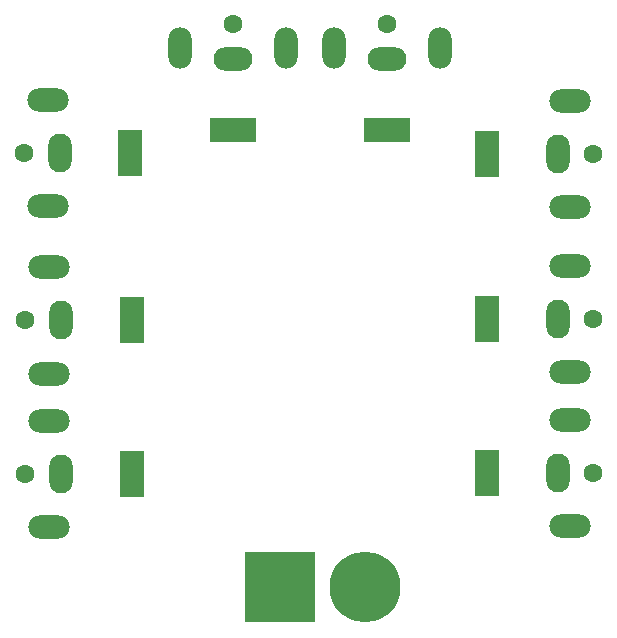
<source format=gbr>
%TF.GenerationSoftware,KiCad,Pcbnew,(6.0.9)*%
%TF.CreationDate,2023-01-22T15:50:23+02:00*%
%TF.ProjectId,Power for cam,506f7765-7220-4666-9f72-2063616d2e6b,rev?*%
%TF.SameCoordinates,Original*%
%TF.FileFunction,Soldermask,Top*%
%TF.FilePolarity,Negative*%
%FSLAX46Y46*%
G04 Gerber Fmt 4.6, Leading zero omitted, Abs format (unit mm)*
G04 Created by KiCad (PCBNEW (6.0.9)) date 2023-01-22 15:50:23*
%MOMM*%
%LPD*%
G01*
G04 APERTURE LIST*
%ADD10C,1.600000*%
%ADD11R,4.000000X2.000000*%
%ADD12O,3.300000X2.000000*%
%ADD13O,2.000000X3.500000*%
%ADD14R,2.000000X4.000000*%
%ADD15O,2.000000X3.300000*%
%ADD16O,3.500000X2.000000*%
%ADD17C,6.000000*%
%ADD18R,6.000000X6.000000*%
G04 APERTURE END LIST*
D10*
%TO.C,J9*%
X174000000Y-65100000D03*
D11*
X174000000Y-74100000D03*
D12*
X174000000Y-68100000D03*
D13*
X169500000Y-67100000D03*
X178500000Y-67100000D03*
%TD*%
D10*
%TO.C,J5*%
X204500000Y-90100000D03*
D14*
X195500000Y-90100000D03*
D15*
X201500000Y-90100000D03*
D16*
X202500000Y-85600000D03*
X202500000Y-94600000D03*
%TD*%
D17*
%TO.C,J1*%
X185200000Y-112800000D03*
D18*
X178000000Y-112800000D03*
%TD*%
D10*
%TO.C,J8*%
X156300000Y-76000000D03*
D14*
X165300000Y-76000000D03*
D15*
X159300000Y-76000000D03*
D16*
X158300000Y-71500000D03*
X158300000Y-80500000D03*
%TD*%
D10*
%TO.C,J6*%
X156400000Y-103200000D03*
D14*
X165400000Y-103200000D03*
D15*
X159400000Y-103200000D03*
D16*
X158400000Y-98700000D03*
X158400000Y-107700000D03*
%TD*%
D10*
%TO.C,J2*%
X187050000Y-65100000D03*
D11*
X187050000Y-74100000D03*
D12*
X187050000Y-68100000D03*
D13*
X182550000Y-67100000D03*
X191550000Y-67100000D03*
%TD*%
D10*
%TO.C,J7*%
X204500000Y-103100000D03*
D14*
X195500000Y-103100000D03*
D15*
X201500000Y-103100000D03*
D16*
X202500000Y-98600000D03*
X202500000Y-107600000D03*
%TD*%
D10*
%TO.C,J4*%
X156400000Y-90200000D03*
D14*
X165400000Y-90200000D03*
D15*
X159400000Y-90200000D03*
D16*
X158400000Y-94700000D03*
X158400000Y-85700000D03*
%TD*%
D10*
%TO.C,J3*%
X204500000Y-76100000D03*
D14*
X195500000Y-76100000D03*
D15*
X201500000Y-76100000D03*
D16*
X202500000Y-71600000D03*
X202500000Y-80600000D03*
%TD*%
M02*

</source>
